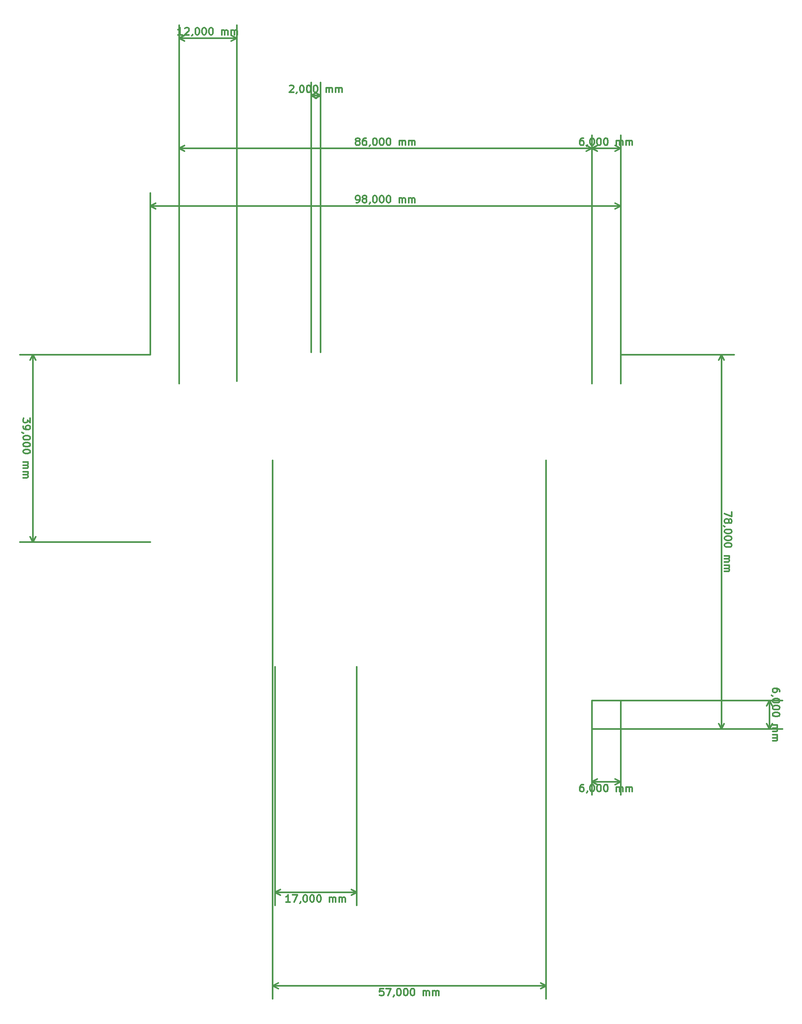
<source format=gbr>
G04 #@! TF.FileFunction,Other,ECO2*
%FSLAX46Y46*%
G04 Gerber Fmt 4.6, Leading zero omitted, Abs format (unit mm)*
G04 Created by KiCad (PCBNEW 4.0.2-stable) date 30/01/2018 13:09:08*
%MOMM*%
G01*
G04 APERTURE LIST*
%ADD10C,0.100000*%
%ADD11C,0.300000*%
G04 APERTURE END LIST*
D10*
D11*
X47971429Y-48214287D02*
X47971429Y-49142858D01*
X47400000Y-48642858D01*
X47400000Y-48857144D01*
X47328571Y-49000001D01*
X47257143Y-49071430D01*
X47114286Y-49142858D01*
X46757143Y-49142858D01*
X46614286Y-49071430D01*
X46542857Y-49000001D01*
X46471429Y-48857144D01*
X46471429Y-48428572D01*
X46542857Y-48285715D01*
X46614286Y-48214287D01*
X46471429Y-49857143D02*
X46471429Y-50142858D01*
X46542857Y-50285715D01*
X46614286Y-50357143D01*
X46828571Y-50500001D01*
X47114286Y-50571429D01*
X47685714Y-50571429D01*
X47828571Y-50500001D01*
X47900000Y-50428572D01*
X47971429Y-50285715D01*
X47971429Y-50000001D01*
X47900000Y-49857143D01*
X47828571Y-49785715D01*
X47685714Y-49714286D01*
X47328571Y-49714286D01*
X47185714Y-49785715D01*
X47114286Y-49857143D01*
X47042857Y-50000001D01*
X47042857Y-50285715D01*
X47114286Y-50428572D01*
X47185714Y-50500001D01*
X47328571Y-50571429D01*
X46542857Y-51285714D02*
X46471429Y-51285714D01*
X46328571Y-51214286D01*
X46257143Y-51142857D01*
X47971429Y-52214286D02*
X47971429Y-52357143D01*
X47900000Y-52500000D01*
X47828571Y-52571429D01*
X47685714Y-52642858D01*
X47400000Y-52714286D01*
X47042857Y-52714286D01*
X46757143Y-52642858D01*
X46614286Y-52571429D01*
X46542857Y-52500000D01*
X46471429Y-52357143D01*
X46471429Y-52214286D01*
X46542857Y-52071429D01*
X46614286Y-52000000D01*
X46757143Y-51928572D01*
X47042857Y-51857143D01*
X47400000Y-51857143D01*
X47685714Y-51928572D01*
X47828571Y-52000000D01*
X47900000Y-52071429D01*
X47971429Y-52214286D01*
X47971429Y-53642857D02*
X47971429Y-53785714D01*
X47900000Y-53928571D01*
X47828571Y-54000000D01*
X47685714Y-54071429D01*
X47400000Y-54142857D01*
X47042857Y-54142857D01*
X46757143Y-54071429D01*
X46614286Y-54000000D01*
X46542857Y-53928571D01*
X46471429Y-53785714D01*
X46471429Y-53642857D01*
X46542857Y-53500000D01*
X46614286Y-53428571D01*
X46757143Y-53357143D01*
X47042857Y-53285714D01*
X47400000Y-53285714D01*
X47685714Y-53357143D01*
X47828571Y-53428571D01*
X47900000Y-53500000D01*
X47971429Y-53642857D01*
X47971429Y-55071428D02*
X47971429Y-55214285D01*
X47900000Y-55357142D01*
X47828571Y-55428571D01*
X47685714Y-55500000D01*
X47400000Y-55571428D01*
X47042857Y-55571428D01*
X46757143Y-55500000D01*
X46614286Y-55428571D01*
X46542857Y-55357142D01*
X46471429Y-55214285D01*
X46471429Y-55071428D01*
X46542857Y-54928571D01*
X46614286Y-54857142D01*
X46757143Y-54785714D01*
X47042857Y-54714285D01*
X47400000Y-54714285D01*
X47685714Y-54785714D01*
X47828571Y-54857142D01*
X47900000Y-54928571D01*
X47971429Y-55071428D01*
X46471429Y-57357142D02*
X47471429Y-57357142D01*
X47328571Y-57357142D02*
X47400000Y-57428570D01*
X47471429Y-57571428D01*
X47471429Y-57785713D01*
X47400000Y-57928570D01*
X47257143Y-57999999D01*
X46471429Y-57999999D01*
X47257143Y-57999999D02*
X47400000Y-58071428D01*
X47471429Y-58214285D01*
X47471429Y-58428570D01*
X47400000Y-58571428D01*
X47257143Y-58642856D01*
X46471429Y-58642856D01*
X46471429Y-59357142D02*
X47471429Y-59357142D01*
X47328571Y-59357142D02*
X47400000Y-59428570D01*
X47471429Y-59571428D01*
X47471429Y-59785713D01*
X47400000Y-59928570D01*
X47257143Y-59999999D01*
X46471429Y-59999999D01*
X47257143Y-59999999D02*
X47400000Y-60071428D01*
X47471429Y-60214285D01*
X47471429Y-60428570D01*
X47400000Y-60571428D01*
X47257143Y-60642856D01*
X46471429Y-60642856D01*
X48500000Y-35000000D02*
X48500000Y-74000000D01*
X73000000Y-35000000D02*
X45800000Y-35000000D01*
X73000000Y-74000000D02*
X45800000Y-74000000D01*
X48500000Y-74000000D02*
X47913579Y-72873496D01*
X48500000Y-74000000D02*
X49086421Y-72873496D01*
X48500000Y-35000000D02*
X47913579Y-36126504D01*
X48500000Y-35000000D02*
X49086421Y-36126504D01*
X102000001Y21028571D02*
X102071430Y21100000D01*
X102214287Y21171429D01*
X102571430Y21171429D01*
X102714287Y21100000D01*
X102785716Y21028571D01*
X102857144Y20885714D01*
X102857144Y20742857D01*
X102785716Y20528571D01*
X101928573Y19671429D01*
X102857144Y19671429D01*
X103571429Y19742857D02*
X103571429Y19671429D01*
X103500001Y19528571D01*
X103428572Y19457143D01*
X104500001Y21171429D02*
X104642858Y21171429D01*
X104785715Y21100000D01*
X104857144Y21028571D01*
X104928573Y20885714D01*
X105000001Y20600000D01*
X105000001Y20242857D01*
X104928573Y19957143D01*
X104857144Y19814286D01*
X104785715Y19742857D01*
X104642858Y19671429D01*
X104500001Y19671429D01*
X104357144Y19742857D01*
X104285715Y19814286D01*
X104214287Y19957143D01*
X104142858Y20242857D01*
X104142858Y20600000D01*
X104214287Y20885714D01*
X104285715Y21028571D01*
X104357144Y21100000D01*
X104500001Y21171429D01*
X105928572Y21171429D02*
X106071429Y21171429D01*
X106214286Y21100000D01*
X106285715Y21028571D01*
X106357144Y20885714D01*
X106428572Y20600000D01*
X106428572Y20242857D01*
X106357144Y19957143D01*
X106285715Y19814286D01*
X106214286Y19742857D01*
X106071429Y19671429D01*
X105928572Y19671429D01*
X105785715Y19742857D01*
X105714286Y19814286D01*
X105642858Y19957143D01*
X105571429Y20242857D01*
X105571429Y20600000D01*
X105642858Y20885714D01*
X105714286Y21028571D01*
X105785715Y21100000D01*
X105928572Y21171429D01*
X107357143Y21171429D02*
X107500000Y21171429D01*
X107642857Y21100000D01*
X107714286Y21028571D01*
X107785715Y20885714D01*
X107857143Y20600000D01*
X107857143Y20242857D01*
X107785715Y19957143D01*
X107714286Y19814286D01*
X107642857Y19742857D01*
X107500000Y19671429D01*
X107357143Y19671429D01*
X107214286Y19742857D01*
X107142857Y19814286D01*
X107071429Y19957143D01*
X107000000Y20242857D01*
X107000000Y20600000D01*
X107071429Y20885714D01*
X107142857Y21028571D01*
X107214286Y21100000D01*
X107357143Y21171429D01*
X109642857Y19671429D02*
X109642857Y20671429D01*
X109642857Y20528571D02*
X109714285Y20600000D01*
X109857143Y20671429D01*
X110071428Y20671429D01*
X110214285Y20600000D01*
X110285714Y20457143D01*
X110285714Y19671429D01*
X110285714Y20457143D02*
X110357143Y20600000D01*
X110500000Y20671429D01*
X110714285Y20671429D01*
X110857143Y20600000D01*
X110928571Y20457143D01*
X110928571Y19671429D01*
X111642857Y19671429D02*
X111642857Y20671429D01*
X111642857Y20528571D02*
X111714285Y20600000D01*
X111857143Y20671429D01*
X112071428Y20671429D01*
X112214285Y20600000D01*
X112285714Y20457143D01*
X112285714Y19671429D01*
X112285714Y20457143D02*
X112357143Y20600000D01*
X112500000Y20671429D01*
X112714285Y20671429D01*
X112857143Y20600000D01*
X112928571Y20457143D01*
X112928571Y19671429D01*
X106500000Y19000000D02*
X108500000Y19000000D01*
X106500000Y-34500000D02*
X106500000Y21700000D01*
X108500000Y-34500000D02*
X108500000Y21700000D01*
X108500000Y19000000D02*
X107373496Y18413579D01*
X108500000Y19000000D02*
X107373496Y19586421D01*
X106500000Y19000000D02*
X107626504Y18413579D01*
X106500000Y19000000D02*
X107626504Y19586421D01*
X79642858Y31671429D02*
X78785715Y31671429D01*
X79214287Y31671429D02*
X79214287Y33171429D01*
X79071430Y32957143D01*
X78928572Y32814286D01*
X78785715Y32742857D01*
X80214286Y33028571D02*
X80285715Y33100000D01*
X80428572Y33171429D01*
X80785715Y33171429D01*
X80928572Y33100000D01*
X81000001Y33028571D01*
X81071429Y32885714D01*
X81071429Y32742857D01*
X81000001Y32528571D01*
X80142858Y31671429D01*
X81071429Y31671429D01*
X81785714Y31742857D02*
X81785714Y31671429D01*
X81714286Y31528571D01*
X81642857Y31457143D01*
X82714286Y33171429D02*
X82857143Y33171429D01*
X83000000Y33100000D01*
X83071429Y33028571D01*
X83142858Y32885714D01*
X83214286Y32600000D01*
X83214286Y32242857D01*
X83142858Y31957143D01*
X83071429Y31814286D01*
X83000000Y31742857D01*
X82857143Y31671429D01*
X82714286Y31671429D01*
X82571429Y31742857D01*
X82500000Y31814286D01*
X82428572Y31957143D01*
X82357143Y32242857D01*
X82357143Y32600000D01*
X82428572Y32885714D01*
X82500000Y33028571D01*
X82571429Y33100000D01*
X82714286Y33171429D01*
X84142857Y33171429D02*
X84285714Y33171429D01*
X84428571Y33100000D01*
X84500000Y33028571D01*
X84571429Y32885714D01*
X84642857Y32600000D01*
X84642857Y32242857D01*
X84571429Y31957143D01*
X84500000Y31814286D01*
X84428571Y31742857D01*
X84285714Y31671429D01*
X84142857Y31671429D01*
X84000000Y31742857D01*
X83928571Y31814286D01*
X83857143Y31957143D01*
X83785714Y32242857D01*
X83785714Y32600000D01*
X83857143Y32885714D01*
X83928571Y33028571D01*
X84000000Y33100000D01*
X84142857Y33171429D01*
X85571428Y33171429D02*
X85714285Y33171429D01*
X85857142Y33100000D01*
X85928571Y33028571D01*
X86000000Y32885714D01*
X86071428Y32600000D01*
X86071428Y32242857D01*
X86000000Y31957143D01*
X85928571Y31814286D01*
X85857142Y31742857D01*
X85714285Y31671429D01*
X85571428Y31671429D01*
X85428571Y31742857D01*
X85357142Y31814286D01*
X85285714Y31957143D01*
X85214285Y32242857D01*
X85214285Y32600000D01*
X85285714Y32885714D01*
X85357142Y33028571D01*
X85428571Y33100000D01*
X85571428Y33171429D01*
X87857142Y31671429D02*
X87857142Y32671429D01*
X87857142Y32528571D02*
X87928570Y32600000D01*
X88071428Y32671429D01*
X88285713Y32671429D01*
X88428570Y32600000D01*
X88499999Y32457143D01*
X88499999Y31671429D01*
X88499999Y32457143D02*
X88571428Y32600000D01*
X88714285Y32671429D01*
X88928570Y32671429D01*
X89071428Y32600000D01*
X89142856Y32457143D01*
X89142856Y31671429D01*
X89857142Y31671429D02*
X89857142Y32671429D01*
X89857142Y32528571D02*
X89928570Y32600000D01*
X90071428Y32671429D01*
X90285713Y32671429D01*
X90428570Y32600000D01*
X90499999Y32457143D01*
X90499999Y31671429D01*
X90499999Y32457143D02*
X90571428Y32600000D01*
X90714285Y32671429D01*
X90928570Y32671429D01*
X91071428Y32600000D01*
X91142856Y32457143D01*
X91142856Y31671429D01*
X79000000Y31000000D02*
X91000000Y31000000D01*
X79000000Y-40500000D02*
X79000000Y33700000D01*
X91000000Y-40500000D02*
X91000000Y33700000D01*
X91000000Y31000000D02*
X89873496Y30413579D01*
X91000000Y31000000D02*
X89873496Y31586421D01*
X79000000Y31000000D02*
X80126504Y30413579D01*
X79000000Y31000000D02*
X80126504Y31586421D01*
X121571430Y-167028571D02*
X120857144Y-167028571D01*
X120785715Y-167742857D01*
X120857144Y-167671429D01*
X121000001Y-167600000D01*
X121357144Y-167600000D01*
X121500001Y-167671429D01*
X121571430Y-167742857D01*
X121642858Y-167885714D01*
X121642858Y-168242857D01*
X121571430Y-168385714D01*
X121500001Y-168457143D01*
X121357144Y-168528571D01*
X121000001Y-168528571D01*
X120857144Y-168457143D01*
X120785715Y-168385714D01*
X122142858Y-167028571D02*
X123142858Y-167028571D01*
X122500001Y-168528571D01*
X123785714Y-168457143D02*
X123785714Y-168528571D01*
X123714286Y-168671429D01*
X123642857Y-168742857D01*
X124714286Y-167028571D02*
X124857143Y-167028571D01*
X125000000Y-167100000D01*
X125071429Y-167171429D01*
X125142858Y-167314286D01*
X125214286Y-167600000D01*
X125214286Y-167957143D01*
X125142858Y-168242857D01*
X125071429Y-168385714D01*
X125000000Y-168457143D01*
X124857143Y-168528571D01*
X124714286Y-168528571D01*
X124571429Y-168457143D01*
X124500000Y-168385714D01*
X124428572Y-168242857D01*
X124357143Y-167957143D01*
X124357143Y-167600000D01*
X124428572Y-167314286D01*
X124500000Y-167171429D01*
X124571429Y-167100000D01*
X124714286Y-167028571D01*
X126142857Y-167028571D02*
X126285714Y-167028571D01*
X126428571Y-167100000D01*
X126500000Y-167171429D01*
X126571429Y-167314286D01*
X126642857Y-167600000D01*
X126642857Y-167957143D01*
X126571429Y-168242857D01*
X126500000Y-168385714D01*
X126428571Y-168457143D01*
X126285714Y-168528571D01*
X126142857Y-168528571D01*
X126000000Y-168457143D01*
X125928571Y-168385714D01*
X125857143Y-168242857D01*
X125785714Y-167957143D01*
X125785714Y-167600000D01*
X125857143Y-167314286D01*
X125928571Y-167171429D01*
X126000000Y-167100000D01*
X126142857Y-167028571D01*
X127571428Y-167028571D02*
X127714285Y-167028571D01*
X127857142Y-167100000D01*
X127928571Y-167171429D01*
X128000000Y-167314286D01*
X128071428Y-167600000D01*
X128071428Y-167957143D01*
X128000000Y-168242857D01*
X127928571Y-168385714D01*
X127857142Y-168457143D01*
X127714285Y-168528571D01*
X127571428Y-168528571D01*
X127428571Y-168457143D01*
X127357142Y-168385714D01*
X127285714Y-168242857D01*
X127214285Y-167957143D01*
X127214285Y-167600000D01*
X127285714Y-167314286D01*
X127357142Y-167171429D01*
X127428571Y-167100000D01*
X127571428Y-167028571D01*
X129857142Y-168528571D02*
X129857142Y-167528571D01*
X129857142Y-167671429D02*
X129928570Y-167600000D01*
X130071428Y-167528571D01*
X130285713Y-167528571D01*
X130428570Y-167600000D01*
X130499999Y-167742857D01*
X130499999Y-168528571D01*
X130499999Y-167742857D02*
X130571428Y-167600000D01*
X130714285Y-167528571D01*
X130928570Y-167528571D01*
X131071428Y-167600000D01*
X131142856Y-167742857D01*
X131142856Y-168528571D01*
X131857142Y-168528571D02*
X131857142Y-167528571D01*
X131857142Y-167671429D02*
X131928570Y-167600000D01*
X132071428Y-167528571D01*
X132285713Y-167528571D01*
X132428570Y-167600000D01*
X132499999Y-167742857D01*
X132499999Y-168528571D01*
X132499999Y-167742857D02*
X132571428Y-167600000D01*
X132714285Y-167528571D01*
X132928570Y-167528571D01*
X133071428Y-167600000D01*
X133142856Y-167742857D01*
X133142856Y-168528571D01*
X98500000Y-166500000D02*
X155500000Y-166500000D01*
X98500000Y-57000000D02*
X98500000Y-169200000D01*
X155500000Y-57000000D02*
X155500000Y-169200000D01*
X155500000Y-166500000D02*
X154373496Y-167086421D01*
X155500000Y-166500000D02*
X154373496Y-165913579D01*
X98500000Y-166500000D02*
X99626504Y-167086421D01*
X98500000Y-166500000D02*
X99626504Y-165913579D01*
X116071430Y9528571D02*
X115928572Y9600000D01*
X115857144Y9671429D01*
X115785715Y9814286D01*
X115785715Y9885714D01*
X115857144Y10028571D01*
X115928572Y10100000D01*
X116071430Y10171429D01*
X116357144Y10171429D01*
X116500001Y10100000D01*
X116571430Y10028571D01*
X116642858Y9885714D01*
X116642858Y9814286D01*
X116571430Y9671429D01*
X116500001Y9600000D01*
X116357144Y9528571D01*
X116071430Y9528571D01*
X115928572Y9457143D01*
X115857144Y9385714D01*
X115785715Y9242857D01*
X115785715Y8957143D01*
X115857144Y8814286D01*
X115928572Y8742857D01*
X116071430Y8671429D01*
X116357144Y8671429D01*
X116500001Y8742857D01*
X116571430Y8814286D01*
X116642858Y8957143D01*
X116642858Y9242857D01*
X116571430Y9385714D01*
X116500001Y9457143D01*
X116357144Y9528571D01*
X117928572Y10171429D02*
X117642858Y10171429D01*
X117500001Y10100000D01*
X117428572Y10028571D01*
X117285715Y9814286D01*
X117214286Y9528571D01*
X117214286Y8957143D01*
X117285715Y8814286D01*
X117357143Y8742857D01*
X117500001Y8671429D01*
X117785715Y8671429D01*
X117928572Y8742857D01*
X118000001Y8814286D01*
X118071429Y8957143D01*
X118071429Y9314286D01*
X118000001Y9457143D01*
X117928572Y9528571D01*
X117785715Y9600000D01*
X117500001Y9600000D01*
X117357143Y9528571D01*
X117285715Y9457143D01*
X117214286Y9314286D01*
X118785714Y8742857D02*
X118785714Y8671429D01*
X118714286Y8528571D01*
X118642857Y8457143D01*
X119714286Y10171429D02*
X119857143Y10171429D01*
X120000000Y10100000D01*
X120071429Y10028571D01*
X120142858Y9885714D01*
X120214286Y9600000D01*
X120214286Y9242857D01*
X120142858Y8957143D01*
X120071429Y8814286D01*
X120000000Y8742857D01*
X119857143Y8671429D01*
X119714286Y8671429D01*
X119571429Y8742857D01*
X119500000Y8814286D01*
X119428572Y8957143D01*
X119357143Y9242857D01*
X119357143Y9600000D01*
X119428572Y9885714D01*
X119500000Y10028571D01*
X119571429Y10100000D01*
X119714286Y10171429D01*
X121142857Y10171429D02*
X121285714Y10171429D01*
X121428571Y10100000D01*
X121500000Y10028571D01*
X121571429Y9885714D01*
X121642857Y9600000D01*
X121642857Y9242857D01*
X121571429Y8957143D01*
X121500000Y8814286D01*
X121428571Y8742857D01*
X121285714Y8671429D01*
X121142857Y8671429D01*
X121000000Y8742857D01*
X120928571Y8814286D01*
X120857143Y8957143D01*
X120785714Y9242857D01*
X120785714Y9600000D01*
X120857143Y9885714D01*
X120928571Y10028571D01*
X121000000Y10100000D01*
X121142857Y10171429D01*
X122571428Y10171429D02*
X122714285Y10171429D01*
X122857142Y10100000D01*
X122928571Y10028571D01*
X123000000Y9885714D01*
X123071428Y9600000D01*
X123071428Y9242857D01*
X123000000Y8957143D01*
X122928571Y8814286D01*
X122857142Y8742857D01*
X122714285Y8671429D01*
X122571428Y8671429D01*
X122428571Y8742857D01*
X122357142Y8814286D01*
X122285714Y8957143D01*
X122214285Y9242857D01*
X122214285Y9600000D01*
X122285714Y9885714D01*
X122357142Y10028571D01*
X122428571Y10100000D01*
X122571428Y10171429D01*
X124857142Y8671429D02*
X124857142Y9671429D01*
X124857142Y9528571D02*
X124928570Y9600000D01*
X125071428Y9671429D01*
X125285713Y9671429D01*
X125428570Y9600000D01*
X125499999Y9457143D01*
X125499999Y8671429D01*
X125499999Y9457143D02*
X125571428Y9600000D01*
X125714285Y9671429D01*
X125928570Y9671429D01*
X126071428Y9600000D01*
X126142856Y9457143D01*
X126142856Y8671429D01*
X126857142Y8671429D02*
X126857142Y9671429D01*
X126857142Y9528571D02*
X126928570Y9600000D01*
X127071428Y9671429D01*
X127285713Y9671429D01*
X127428570Y9600000D01*
X127499999Y9457143D01*
X127499999Y8671429D01*
X127499999Y9457143D02*
X127571428Y9600000D01*
X127714285Y9671429D01*
X127928570Y9671429D01*
X128071428Y9600000D01*
X128142856Y9457143D01*
X128142856Y8671429D01*
X79000000Y8000000D02*
X165000000Y8000000D01*
X79000000Y-41000000D02*
X79000000Y10700000D01*
X165000000Y-41000000D02*
X165000000Y10700000D01*
X165000000Y8000000D02*
X163873496Y7413579D01*
X165000000Y8000000D02*
X163873496Y8586421D01*
X79000000Y8000000D02*
X80126504Y7413579D01*
X79000000Y8000000D02*
X80126504Y8586421D01*
X163214287Y10171429D02*
X162928573Y10171429D01*
X162785716Y10100000D01*
X162714287Y10028571D01*
X162571430Y9814286D01*
X162500001Y9528571D01*
X162500001Y8957143D01*
X162571430Y8814286D01*
X162642858Y8742857D01*
X162785716Y8671429D01*
X163071430Y8671429D01*
X163214287Y8742857D01*
X163285716Y8814286D01*
X163357144Y8957143D01*
X163357144Y9314286D01*
X163285716Y9457143D01*
X163214287Y9528571D01*
X163071430Y9600000D01*
X162785716Y9600000D01*
X162642858Y9528571D01*
X162571430Y9457143D01*
X162500001Y9314286D01*
X164071429Y8742857D02*
X164071429Y8671429D01*
X164000001Y8528571D01*
X163928572Y8457143D01*
X165000001Y10171429D02*
X165142858Y10171429D01*
X165285715Y10100000D01*
X165357144Y10028571D01*
X165428573Y9885714D01*
X165500001Y9600000D01*
X165500001Y9242857D01*
X165428573Y8957143D01*
X165357144Y8814286D01*
X165285715Y8742857D01*
X165142858Y8671429D01*
X165000001Y8671429D01*
X164857144Y8742857D01*
X164785715Y8814286D01*
X164714287Y8957143D01*
X164642858Y9242857D01*
X164642858Y9600000D01*
X164714287Y9885714D01*
X164785715Y10028571D01*
X164857144Y10100000D01*
X165000001Y10171429D01*
X166428572Y10171429D02*
X166571429Y10171429D01*
X166714286Y10100000D01*
X166785715Y10028571D01*
X166857144Y9885714D01*
X166928572Y9600000D01*
X166928572Y9242857D01*
X166857144Y8957143D01*
X166785715Y8814286D01*
X166714286Y8742857D01*
X166571429Y8671429D01*
X166428572Y8671429D01*
X166285715Y8742857D01*
X166214286Y8814286D01*
X166142858Y8957143D01*
X166071429Y9242857D01*
X166071429Y9600000D01*
X166142858Y9885714D01*
X166214286Y10028571D01*
X166285715Y10100000D01*
X166428572Y10171429D01*
X167857143Y10171429D02*
X168000000Y10171429D01*
X168142857Y10100000D01*
X168214286Y10028571D01*
X168285715Y9885714D01*
X168357143Y9600000D01*
X168357143Y9242857D01*
X168285715Y8957143D01*
X168214286Y8814286D01*
X168142857Y8742857D01*
X168000000Y8671429D01*
X167857143Y8671429D01*
X167714286Y8742857D01*
X167642857Y8814286D01*
X167571429Y8957143D01*
X167500000Y9242857D01*
X167500000Y9600000D01*
X167571429Y9885714D01*
X167642857Y10028571D01*
X167714286Y10100000D01*
X167857143Y10171429D01*
X170142857Y8671429D02*
X170142857Y9671429D01*
X170142857Y9528571D02*
X170214285Y9600000D01*
X170357143Y9671429D01*
X170571428Y9671429D01*
X170714285Y9600000D01*
X170785714Y9457143D01*
X170785714Y8671429D01*
X170785714Y9457143D02*
X170857143Y9600000D01*
X171000000Y9671429D01*
X171214285Y9671429D01*
X171357143Y9600000D01*
X171428571Y9457143D01*
X171428571Y8671429D01*
X172142857Y8671429D02*
X172142857Y9671429D01*
X172142857Y9528571D02*
X172214285Y9600000D01*
X172357143Y9671429D01*
X172571428Y9671429D01*
X172714285Y9600000D01*
X172785714Y9457143D01*
X172785714Y8671429D01*
X172785714Y9457143D02*
X172857143Y9600000D01*
X173000000Y9671429D01*
X173214285Y9671429D01*
X173357143Y9600000D01*
X173428571Y9457143D01*
X173428571Y8671429D01*
X165000000Y8000000D02*
X171000000Y8000000D01*
X165000000Y-41000000D02*
X165000000Y10700000D01*
X171000000Y-41000000D02*
X171000000Y10700000D01*
X171000000Y8000000D02*
X169873496Y7413579D01*
X171000000Y8000000D02*
X169873496Y8586421D01*
X165000000Y8000000D02*
X166126504Y7413579D01*
X165000000Y8000000D02*
X166126504Y8586421D01*
X102142858Y-149028571D02*
X101285715Y-149028571D01*
X101714287Y-149028571D02*
X101714287Y-147528571D01*
X101571430Y-147742857D01*
X101428572Y-147885714D01*
X101285715Y-147957143D01*
X102642858Y-147528571D02*
X103642858Y-147528571D01*
X103000001Y-149028571D01*
X104285714Y-148957143D02*
X104285714Y-149028571D01*
X104214286Y-149171429D01*
X104142857Y-149242857D01*
X105214286Y-147528571D02*
X105357143Y-147528571D01*
X105500000Y-147600000D01*
X105571429Y-147671429D01*
X105642858Y-147814286D01*
X105714286Y-148100000D01*
X105714286Y-148457143D01*
X105642858Y-148742857D01*
X105571429Y-148885714D01*
X105500000Y-148957143D01*
X105357143Y-149028571D01*
X105214286Y-149028571D01*
X105071429Y-148957143D01*
X105000000Y-148885714D01*
X104928572Y-148742857D01*
X104857143Y-148457143D01*
X104857143Y-148100000D01*
X104928572Y-147814286D01*
X105000000Y-147671429D01*
X105071429Y-147600000D01*
X105214286Y-147528571D01*
X106642857Y-147528571D02*
X106785714Y-147528571D01*
X106928571Y-147600000D01*
X107000000Y-147671429D01*
X107071429Y-147814286D01*
X107142857Y-148100000D01*
X107142857Y-148457143D01*
X107071429Y-148742857D01*
X107000000Y-148885714D01*
X106928571Y-148957143D01*
X106785714Y-149028571D01*
X106642857Y-149028571D01*
X106500000Y-148957143D01*
X106428571Y-148885714D01*
X106357143Y-148742857D01*
X106285714Y-148457143D01*
X106285714Y-148100000D01*
X106357143Y-147814286D01*
X106428571Y-147671429D01*
X106500000Y-147600000D01*
X106642857Y-147528571D01*
X108071428Y-147528571D02*
X108214285Y-147528571D01*
X108357142Y-147600000D01*
X108428571Y-147671429D01*
X108500000Y-147814286D01*
X108571428Y-148100000D01*
X108571428Y-148457143D01*
X108500000Y-148742857D01*
X108428571Y-148885714D01*
X108357142Y-148957143D01*
X108214285Y-149028571D01*
X108071428Y-149028571D01*
X107928571Y-148957143D01*
X107857142Y-148885714D01*
X107785714Y-148742857D01*
X107714285Y-148457143D01*
X107714285Y-148100000D01*
X107785714Y-147814286D01*
X107857142Y-147671429D01*
X107928571Y-147600000D01*
X108071428Y-147528571D01*
X110357142Y-149028571D02*
X110357142Y-148028571D01*
X110357142Y-148171429D02*
X110428570Y-148100000D01*
X110571428Y-148028571D01*
X110785713Y-148028571D01*
X110928570Y-148100000D01*
X110999999Y-148242857D01*
X110999999Y-149028571D01*
X110999999Y-148242857D02*
X111071428Y-148100000D01*
X111214285Y-148028571D01*
X111428570Y-148028571D01*
X111571428Y-148100000D01*
X111642856Y-148242857D01*
X111642856Y-149028571D01*
X112357142Y-149028571D02*
X112357142Y-148028571D01*
X112357142Y-148171429D02*
X112428570Y-148100000D01*
X112571428Y-148028571D01*
X112785713Y-148028571D01*
X112928570Y-148100000D01*
X112999999Y-148242857D01*
X112999999Y-149028571D01*
X112999999Y-148242857D02*
X113071428Y-148100000D01*
X113214285Y-148028571D01*
X113428570Y-148028571D01*
X113571428Y-148100000D01*
X113642856Y-148242857D01*
X113642856Y-149028571D01*
X99000000Y-147000000D02*
X116000000Y-147000000D01*
X99000000Y-100000000D02*
X99000000Y-149700000D01*
X116000000Y-100000000D02*
X116000000Y-149700000D01*
X116000000Y-147000000D02*
X114873496Y-147586421D01*
X116000000Y-147000000D02*
X114873496Y-146413579D01*
X99000000Y-147000000D02*
X100126504Y-147586421D01*
X99000000Y-147000000D02*
X100126504Y-146413579D01*
X204171429Y-105214287D02*
X204171429Y-104928573D01*
X204100000Y-104785716D01*
X204028571Y-104714287D01*
X203814286Y-104571430D01*
X203528571Y-104500001D01*
X202957143Y-104500001D01*
X202814286Y-104571430D01*
X202742857Y-104642858D01*
X202671429Y-104785716D01*
X202671429Y-105071430D01*
X202742857Y-105214287D01*
X202814286Y-105285716D01*
X202957143Y-105357144D01*
X203314286Y-105357144D01*
X203457143Y-105285716D01*
X203528571Y-105214287D01*
X203600000Y-105071430D01*
X203600000Y-104785716D01*
X203528571Y-104642858D01*
X203457143Y-104571430D01*
X203314286Y-104500001D01*
X202742857Y-106071429D02*
X202671429Y-106071429D01*
X202528571Y-106000001D01*
X202457143Y-105928572D01*
X204171429Y-107000001D02*
X204171429Y-107142858D01*
X204100000Y-107285715D01*
X204028571Y-107357144D01*
X203885714Y-107428573D01*
X203600000Y-107500001D01*
X203242857Y-107500001D01*
X202957143Y-107428573D01*
X202814286Y-107357144D01*
X202742857Y-107285715D01*
X202671429Y-107142858D01*
X202671429Y-107000001D01*
X202742857Y-106857144D01*
X202814286Y-106785715D01*
X202957143Y-106714287D01*
X203242857Y-106642858D01*
X203600000Y-106642858D01*
X203885714Y-106714287D01*
X204028571Y-106785715D01*
X204100000Y-106857144D01*
X204171429Y-107000001D01*
X204171429Y-108428572D02*
X204171429Y-108571429D01*
X204100000Y-108714286D01*
X204028571Y-108785715D01*
X203885714Y-108857144D01*
X203600000Y-108928572D01*
X203242857Y-108928572D01*
X202957143Y-108857144D01*
X202814286Y-108785715D01*
X202742857Y-108714286D01*
X202671429Y-108571429D01*
X202671429Y-108428572D01*
X202742857Y-108285715D01*
X202814286Y-108214286D01*
X202957143Y-108142858D01*
X203242857Y-108071429D01*
X203600000Y-108071429D01*
X203885714Y-108142858D01*
X204028571Y-108214286D01*
X204100000Y-108285715D01*
X204171429Y-108428572D01*
X204171429Y-109857143D02*
X204171429Y-110000000D01*
X204100000Y-110142857D01*
X204028571Y-110214286D01*
X203885714Y-110285715D01*
X203600000Y-110357143D01*
X203242857Y-110357143D01*
X202957143Y-110285715D01*
X202814286Y-110214286D01*
X202742857Y-110142857D01*
X202671429Y-110000000D01*
X202671429Y-109857143D01*
X202742857Y-109714286D01*
X202814286Y-109642857D01*
X202957143Y-109571429D01*
X203242857Y-109500000D01*
X203600000Y-109500000D01*
X203885714Y-109571429D01*
X204028571Y-109642857D01*
X204100000Y-109714286D01*
X204171429Y-109857143D01*
X202671429Y-112142857D02*
X203671429Y-112142857D01*
X203528571Y-112142857D02*
X203600000Y-112214285D01*
X203671429Y-112357143D01*
X203671429Y-112571428D01*
X203600000Y-112714285D01*
X203457143Y-112785714D01*
X202671429Y-112785714D01*
X203457143Y-112785714D02*
X203600000Y-112857143D01*
X203671429Y-113000000D01*
X203671429Y-113214285D01*
X203600000Y-113357143D01*
X203457143Y-113428571D01*
X202671429Y-113428571D01*
X202671429Y-114142857D02*
X203671429Y-114142857D01*
X203528571Y-114142857D02*
X203600000Y-114214285D01*
X203671429Y-114357143D01*
X203671429Y-114571428D01*
X203600000Y-114714285D01*
X203457143Y-114785714D01*
X202671429Y-114785714D01*
X203457143Y-114785714D02*
X203600000Y-114857143D01*
X203671429Y-115000000D01*
X203671429Y-115214285D01*
X203600000Y-115357143D01*
X203457143Y-115428571D01*
X202671429Y-115428571D01*
X202000000Y-107000000D02*
X202000000Y-113000000D01*
X165000000Y-107000000D02*
X204700000Y-107000000D01*
X165000000Y-113000000D02*
X204700000Y-113000000D01*
X202000000Y-113000000D02*
X201413579Y-111873496D01*
X202000000Y-113000000D02*
X202586421Y-111873496D01*
X202000000Y-107000000D02*
X201413579Y-108126504D01*
X202000000Y-107000000D02*
X202586421Y-108126504D01*
X163214287Y-124528571D02*
X162928573Y-124528571D01*
X162785716Y-124600000D01*
X162714287Y-124671429D01*
X162571430Y-124885714D01*
X162500001Y-125171429D01*
X162500001Y-125742857D01*
X162571430Y-125885714D01*
X162642858Y-125957143D01*
X162785716Y-126028571D01*
X163071430Y-126028571D01*
X163214287Y-125957143D01*
X163285716Y-125885714D01*
X163357144Y-125742857D01*
X163357144Y-125385714D01*
X163285716Y-125242857D01*
X163214287Y-125171429D01*
X163071430Y-125100000D01*
X162785716Y-125100000D01*
X162642858Y-125171429D01*
X162571430Y-125242857D01*
X162500001Y-125385714D01*
X164071429Y-125957143D02*
X164071429Y-126028571D01*
X164000001Y-126171429D01*
X163928572Y-126242857D01*
X165000001Y-124528571D02*
X165142858Y-124528571D01*
X165285715Y-124600000D01*
X165357144Y-124671429D01*
X165428573Y-124814286D01*
X165500001Y-125100000D01*
X165500001Y-125457143D01*
X165428573Y-125742857D01*
X165357144Y-125885714D01*
X165285715Y-125957143D01*
X165142858Y-126028571D01*
X165000001Y-126028571D01*
X164857144Y-125957143D01*
X164785715Y-125885714D01*
X164714287Y-125742857D01*
X164642858Y-125457143D01*
X164642858Y-125100000D01*
X164714287Y-124814286D01*
X164785715Y-124671429D01*
X164857144Y-124600000D01*
X165000001Y-124528571D01*
X166428572Y-124528571D02*
X166571429Y-124528571D01*
X166714286Y-124600000D01*
X166785715Y-124671429D01*
X166857144Y-124814286D01*
X166928572Y-125100000D01*
X166928572Y-125457143D01*
X166857144Y-125742857D01*
X166785715Y-125885714D01*
X166714286Y-125957143D01*
X166571429Y-126028571D01*
X166428572Y-126028571D01*
X166285715Y-125957143D01*
X166214286Y-125885714D01*
X166142858Y-125742857D01*
X166071429Y-125457143D01*
X166071429Y-125100000D01*
X166142858Y-124814286D01*
X166214286Y-124671429D01*
X166285715Y-124600000D01*
X166428572Y-124528571D01*
X167857143Y-124528571D02*
X168000000Y-124528571D01*
X168142857Y-124600000D01*
X168214286Y-124671429D01*
X168285715Y-124814286D01*
X168357143Y-125100000D01*
X168357143Y-125457143D01*
X168285715Y-125742857D01*
X168214286Y-125885714D01*
X168142857Y-125957143D01*
X168000000Y-126028571D01*
X167857143Y-126028571D01*
X167714286Y-125957143D01*
X167642857Y-125885714D01*
X167571429Y-125742857D01*
X167500000Y-125457143D01*
X167500000Y-125100000D01*
X167571429Y-124814286D01*
X167642857Y-124671429D01*
X167714286Y-124600000D01*
X167857143Y-124528571D01*
X170142857Y-126028571D02*
X170142857Y-125028571D01*
X170142857Y-125171429D02*
X170214285Y-125100000D01*
X170357143Y-125028571D01*
X170571428Y-125028571D01*
X170714285Y-125100000D01*
X170785714Y-125242857D01*
X170785714Y-126028571D01*
X170785714Y-125242857D02*
X170857143Y-125100000D01*
X171000000Y-125028571D01*
X171214285Y-125028571D01*
X171357143Y-125100000D01*
X171428571Y-125242857D01*
X171428571Y-126028571D01*
X172142857Y-126028571D02*
X172142857Y-125028571D01*
X172142857Y-125171429D02*
X172214285Y-125100000D01*
X172357143Y-125028571D01*
X172571428Y-125028571D01*
X172714285Y-125100000D01*
X172785714Y-125242857D01*
X172785714Y-126028571D01*
X172785714Y-125242857D02*
X172857143Y-125100000D01*
X173000000Y-125028571D01*
X173214285Y-125028571D01*
X173357143Y-125100000D01*
X173428571Y-125242857D01*
X173428571Y-126028571D01*
X165000000Y-124000000D02*
X171000000Y-124000000D01*
X165000000Y-107000000D02*
X165000000Y-126700000D01*
X171000000Y-107000000D02*
X171000000Y-126700000D01*
X171000000Y-124000000D02*
X169873496Y-124586421D01*
X171000000Y-124000000D02*
X169873496Y-123413579D01*
X165000000Y-124000000D02*
X166126504Y-124586421D01*
X165000000Y-124000000D02*
X166126504Y-123413579D01*
X194171429Y-67714287D02*
X194171429Y-68714287D01*
X192671429Y-68071430D01*
X193528571Y-69500001D02*
X193600000Y-69357143D01*
X193671429Y-69285715D01*
X193814286Y-69214286D01*
X193885714Y-69214286D01*
X194028571Y-69285715D01*
X194100000Y-69357143D01*
X194171429Y-69500001D01*
X194171429Y-69785715D01*
X194100000Y-69928572D01*
X194028571Y-70000001D01*
X193885714Y-70071429D01*
X193814286Y-70071429D01*
X193671429Y-70000001D01*
X193600000Y-69928572D01*
X193528571Y-69785715D01*
X193528571Y-69500001D01*
X193457143Y-69357143D01*
X193385714Y-69285715D01*
X193242857Y-69214286D01*
X192957143Y-69214286D01*
X192814286Y-69285715D01*
X192742857Y-69357143D01*
X192671429Y-69500001D01*
X192671429Y-69785715D01*
X192742857Y-69928572D01*
X192814286Y-70000001D01*
X192957143Y-70071429D01*
X193242857Y-70071429D01*
X193385714Y-70000001D01*
X193457143Y-69928572D01*
X193528571Y-69785715D01*
X192742857Y-70785714D02*
X192671429Y-70785714D01*
X192528571Y-70714286D01*
X192457143Y-70642857D01*
X194171429Y-71714286D02*
X194171429Y-71857143D01*
X194100000Y-72000000D01*
X194028571Y-72071429D01*
X193885714Y-72142858D01*
X193600000Y-72214286D01*
X193242857Y-72214286D01*
X192957143Y-72142858D01*
X192814286Y-72071429D01*
X192742857Y-72000000D01*
X192671429Y-71857143D01*
X192671429Y-71714286D01*
X192742857Y-71571429D01*
X192814286Y-71500000D01*
X192957143Y-71428572D01*
X193242857Y-71357143D01*
X193600000Y-71357143D01*
X193885714Y-71428572D01*
X194028571Y-71500000D01*
X194100000Y-71571429D01*
X194171429Y-71714286D01*
X194171429Y-73142857D02*
X194171429Y-73285714D01*
X194100000Y-73428571D01*
X194028571Y-73500000D01*
X193885714Y-73571429D01*
X193600000Y-73642857D01*
X193242857Y-73642857D01*
X192957143Y-73571429D01*
X192814286Y-73500000D01*
X192742857Y-73428571D01*
X192671429Y-73285714D01*
X192671429Y-73142857D01*
X192742857Y-73000000D01*
X192814286Y-72928571D01*
X192957143Y-72857143D01*
X193242857Y-72785714D01*
X193600000Y-72785714D01*
X193885714Y-72857143D01*
X194028571Y-72928571D01*
X194100000Y-73000000D01*
X194171429Y-73142857D01*
X194171429Y-74571428D02*
X194171429Y-74714285D01*
X194100000Y-74857142D01*
X194028571Y-74928571D01*
X193885714Y-75000000D01*
X193600000Y-75071428D01*
X193242857Y-75071428D01*
X192957143Y-75000000D01*
X192814286Y-74928571D01*
X192742857Y-74857142D01*
X192671429Y-74714285D01*
X192671429Y-74571428D01*
X192742857Y-74428571D01*
X192814286Y-74357142D01*
X192957143Y-74285714D01*
X193242857Y-74214285D01*
X193600000Y-74214285D01*
X193885714Y-74285714D01*
X194028571Y-74357142D01*
X194100000Y-74428571D01*
X194171429Y-74571428D01*
X192671429Y-76857142D02*
X193671429Y-76857142D01*
X193528571Y-76857142D02*
X193600000Y-76928570D01*
X193671429Y-77071428D01*
X193671429Y-77285713D01*
X193600000Y-77428570D01*
X193457143Y-77499999D01*
X192671429Y-77499999D01*
X193457143Y-77499999D02*
X193600000Y-77571428D01*
X193671429Y-77714285D01*
X193671429Y-77928570D01*
X193600000Y-78071428D01*
X193457143Y-78142856D01*
X192671429Y-78142856D01*
X192671429Y-78857142D02*
X193671429Y-78857142D01*
X193528571Y-78857142D02*
X193600000Y-78928570D01*
X193671429Y-79071428D01*
X193671429Y-79285713D01*
X193600000Y-79428570D01*
X193457143Y-79499999D01*
X192671429Y-79499999D01*
X193457143Y-79499999D02*
X193600000Y-79571428D01*
X193671429Y-79714285D01*
X193671429Y-79928570D01*
X193600000Y-80071428D01*
X193457143Y-80142856D01*
X192671429Y-80142856D01*
X192000000Y-35000000D02*
X192000000Y-113000000D01*
X171000000Y-35000000D02*
X194700000Y-35000000D01*
X171000000Y-113000000D02*
X194700000Y-113000000D01*
X192000000Y-113000000D02*
X191413579Y-111873496D01*
X192000000Y-113000000D02*
X192586421Y-111873496D01*
X192000000Y-35000000D02*
X191413579Y-36126504D01*
X192000000Y-35000000D02*
X192586421Y-36126504D01*
X115928572Y-3328571D02*
X116214287Y-3328571D01*
X116357144Y-3257143D01*
X116428572Y-3185714D01*
X116571430Y-2971429D01*
X116642858Y-2685714D01*
X116642858Y-2114286D01*
X116571430Y-1971429D01*
X116500001Y-1900000D01*
X116357144Y-1828571D01*
X116071430Y-1828571D01*
X115928572Y-1900000D01*
X115857144Y-1971429D01*
X115785715Y-2114286D01*
X115785715Y-2471429D01*
X115857144Y-2614286D01*
X115928572Y-2685714D01*
X116071430Y-2757143D01*
X116357144Y-2757143D01*
X116500001Y-2685714D01*
X116571430Y-2614286D01*
X116642858Y-2471429D01*
X117500001Y-2471429D02*
X117357143Y-2400000D01*
X117285715Y-2328571D01*
X117214286Y-2185714D01*
X117214286Y-2114286D01*
X117285715Y-1971429D01*
X117357143Y-1900000D01*
X117500001Y-1828571D01*
X117785715Y-1828571D01*
X117928572Y-1900000D01*
X118000001Y-1971429D01*
X118071429Y-2114286D01*
X118071429Y-2185714D01*
X118000001Y-2328571D01*
X117928572Y-2400000D01*
X117785715Y-2471429D01*
X117500001Y-2471429D01*
X117357143Y-2542857D01*
X117285715Y-2614286D01*
X117214286Y-2757143D01*
X117214286Y-3042857D01*
X117285715Y-3185714D01*
X117357143Y-3257143D01*
X117500001Y-3328571D01*
X117785715Y-3328571D01*
X117928572Y-3257143D01*
X118000001Y-3185714D01*
X118071429Y-3042857D01*
X118071429Y-2757143D01*
X118000001Y-2614286D01*
X117928572Y-2542857D01*
X117785715Y-2471429D01*
X118785714Y-3257143D02*
X118785714Y-3328571D01*
X118714286Y-3471429D01*
X118642857Y-3542857D01*
X119714286Y-1828571D02*
X119857143Y-1828571D01*
X120000000Y-1900000D01*
X120071429Y-1971429D01*
X120142858Y-2114286D01*
X120214286Y-2400000D01*
X120214286Y-2757143D01*
X120142858Y-3042857D01*
X120071429Y-3185714D01*
X120000000Y-3257143D01*
X119857143Y-3328571D01*
X119714286Y-3328571D01*
X119571429Y-3257143D01*
X119500000Y-3185714D01*
X119428572Y-3042857D01*
X119357143Y-2757143D01*
X119357143Y-2400000D01*
X119428572Y-2114286D01*
X119500000Y-1971429D01*
X119571429Y-1900000D01*
X119714286Y-1828571D01*
X121142857Y-1828571D02*
X121285714Y-1828571D01*
X121428571Y-1900000D01*
X121500000Y-1971429D01*
X121571429Y-2114286D01*
X121642857Y-2400000D01*
X121642857Y-2757143D01*
X121571429Y-3042857D01*
X121500000Y-3185714D01*
X121428571Y-3257143D01*
X121285714Y-3328571D01*
X121142857Y-3328571D01*
X121000000Y-3257143D01*
X120928571Y-3185714D01*
X120857143Y-3042857D01*
X120785714Y-2757143D01*
X120785714Y-2400000D01*
X120857143Y-2114286D01*
X120928571Y-1971429D01*
X121000000Y-1900000D01*
X121142857Y-1828571D01*
X122571428Y-1828571D02*
X122714285Y-1828571D01*
X122857142Y-1900000D01*
X122928571Y-1971429D01*
X123000000Y-2114286D01*
X123071428Y-2400000D01*
X123071428Y-2757143D01*
X123000000Y-3042857D01*
X122928571Y-3185714D01*
X122857142Y-3257143D01*
X122714285Y-3328571D01*
X122571428Y-3328571D01*
X122428571Y-3257143D01*
X122357142Y-3185714D01*
X122285714Y-3042857D01*
X122214285Y-2757143D01*
X122214285Y-2400000D01*
X122285714Y-2114286D01*
X122357142Y-1971429D01*
X122428571Y-1900000D01*
X122571428Y-1828571D01*
X124857142Y-3328571D02*
X124857142Y-2328571D01*
X124857142Y-2471429D02*
X124928570Y-2400000D01*
X125071428Y-2328571D01*
X125285713Y-2328571D01*
X125428570Y-2400000D01*
X125499999Y-2542857D01*
X125499999Y-3328571D01*
X125499999Y-2542857D02*
X125571428Y-2400000D01*
X125714285Y-2328571D01*
X125928570Y-2328571D01*
X126071428Y-2400000D01*
X126142856Y-2542857D01*
X126142856Y-3328571D01*
X126857142Y-3328571D02*
X126857142Y-2328571D01*
X126857142Y-2471429D02*
X126928570Y-2400000D01*
X127071428Y-2328571D01*
X127285713Y-2328571D01*
X127428570Y-2400000D01*
X127499999Y-2542857D01*
X127499999Y-3328571D01*
X127499999Y-2542857D02*
X127571428Y-2400000D01*
X127714285Y-2328571D01*
X127928570Y-2328571D01*
X128071428Y-2400000D01*
X128142856Y-2542857D01*
X128142856Y-3328571D01*
X73000000Y-4000000D02*
X171000000Y-4000000D01*
X73000000Y-35000000D02*
X73000000Y-1300000D01*
X171000000Y-35000000D02*
X171000000Y-1300000D01*
X171000000Y-4000000D02*
X169873496Y-4586421D01*
X171000000Y-4000000D02*
X169873496Y-3413579D01*
X73000000Y-4000000D02*
X74126504Y-4586421D01*
X73000000Y-4000000D02*
X74126504Y-3413579D01*
M02*

</source>
